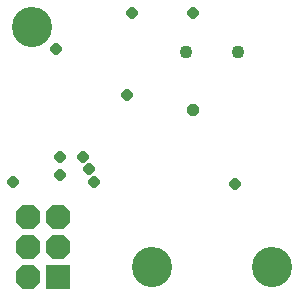
<source format=gbs>
G75*
%MOIN*%
%OFA0B0*%
%FSLAX25Y25*%
%IPPOS*%
%LPD*%
%AMOC8*
5,1,8,0,0,1.08239X$1,22.5*
%
%ADD10C,0.13398*%
%ADD11R,0.08200X0.08200*%
%ADD12OC8,0.08200*%
%ADD13C,0.04343*%
%ADD14OC8,0.03700*%
%ADD15OC8,0.04000*%
D10*
X0053400Y0013400D03*
X0093400Y0013400D03*
X0013400Y0093400D03*
D11*
X0021800Y0010200D03*
D12*
X0011800Y0010200D03*
X0011800Y0020200D03*
X0011800Y0030200D03*
X0021800Y0030200D03*
X0021800Y0020200D03*
D13*
X0064739Y0085000D03*
X0082061Y0085000D03*
D14*
X0067000Y0098200D03*
X0046600Y0098200D03*
X0021400Y0086200D03*
X0044800Y0070600D03*
X0030400Y0050200D03*
X0032200Y0046000D03*
X0034000Y0041800D03*
X0022600Y0044200D03*
X0022600Y0050200D03*
X0007000Y0041800D03*
X0080800Y0041200D03*
D15*
X0067000Y0065800D03*
M02*

</source>
